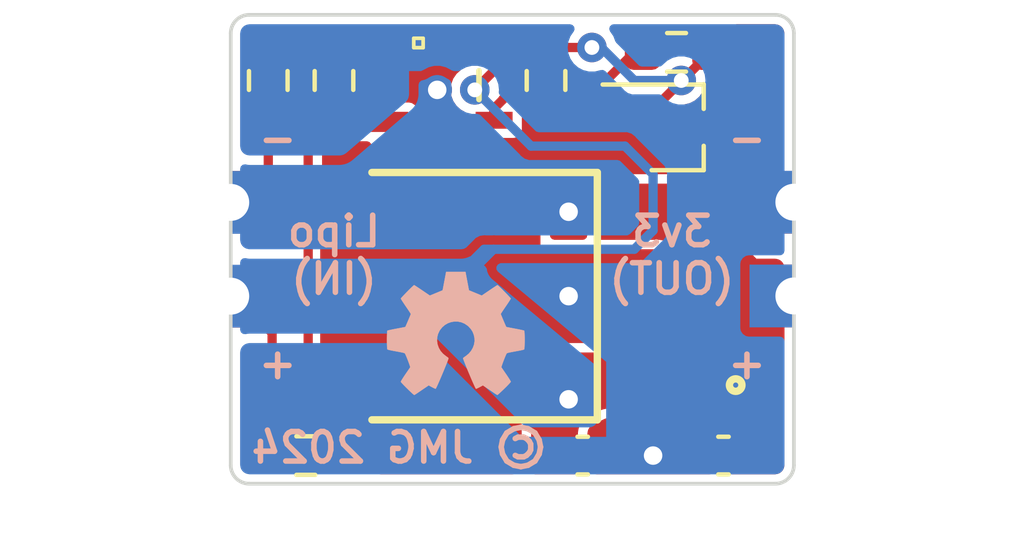
<source format=kicad_pcb>
(kicad_pcb (version 20221018) (generator pcbnew)
  (layers (0 "F.Cu" signal) (31 "B.Cu" signal) (34 "B.Paste" user) (35 "F.Paste" user) (36 "B.SilkS" user "B.Silkscreen") (37 "F.SilkS" user "F.Silkscreen") (38 "B.Mask" user) (39 "F.Mask" user) (44 "Edge.Cuts" user))
  (net 0 "")
  (net 1 "+3V3")
  (net 2 "GND")
  (net 3 "/BATT")
  (net 4 "/GND_O")
  (net 5 "Net-(Q1-G)")
  (net 6 "/LTH")
  (net 7 "/HTH")
  (net 8 "Net-(U1-RST)")
  (footprint "Resistor_SMD:R_0603_1608Metric_Pad0.98x0.95mm_HandSolder" (layer "F.Cu") (at 140.335 91.186)
    (fp_text reference "R4" hide)
    (fp_text value "1k")
    (fp_line (start -0.254724 -0.5225) (end 0.254724 -0.5225) (stroke (width 0.12)) (layer "F.SilkS"))
    (fp_line (start -0.254724 0.5225) (end 0.254724 0.5225) (stroke (width 0.12)) (layer "F.SilkS"))
    (pad "1" smd roundrect (at -0.9125 0) (size 0.975 0.95) (layers "F.Cu" "F.Paste" "F.Mask") (net 8 "Net-(U1-RST)"))
    (pad "2" smd roundrect (at 0.9125 0) (size 0.975 0.95) (layers "F.Cu" "F.Paste" "F.Mask") (net 5 "Net-(Q1-G)"))
  )
  (footprint "Connector_PinHeader_2.54mm:PinHeader_1x02_P2.54mm_Vertical" (layer "F.Cu") (at 143.51 95.245)
    (fp_text reference "J2" hide)
    (fp_text value "Conn_01x02_Pin")
    (pad "1" thru_hole rect (at 0 0) (size 1.2 1.7) (drill 1 (offset -0.6 0)) (layers "*.Cu" "*.Mask") (net 4 "/GND_O"))
    (pad "2" thru_hole rect (at 0 2.54) (size 1.2 1.7) (drill 1 (offset -0.6 0)) (layers "*.Cu" "*.Mask") (net 1 "+3V3"))
  )
  (footprint "Capacitor_SMD:C_0603_1608Metric" (layer "F.Cu") (at 137.795 102.108)
    (fp_text reference "C2" hide)
    (fp_text value "10uF")
    (fp_line (start -0.14058 -0.51) (end 0.14058 -0.51) (stroke (width 0.12)) (layer "F.SilkS"))
    (fp_line (start -0.14058 0.51) (end 0.14058 0.51) (stroke (width 0.12)) (layer "F.SilkS"))
    (pad "1" smd roundrect (at -0.775 0) (size 0.9 0.95) (layers "F.Cu" "F.Paste" "F.Mask") (net 3 "/BATT"))
    (pad "2" smd roundrect (at 0.775 0) (size 0.9 0.95) (layers "F.Cu" "F.Paste" "F.Mask") (net 4 "/GND_O"))
  )
  (footprint "Package_TO_SOT_SMD:SOT-323_SC-70_Handsoldering" (layer "F.Cu") (at 140.335 93.218)
    (fp_text reference "Q1" hide)
    (fp_text value "NMOS")
    (fp_line (start -0.675 1.16) (end 0.735 1.16) (stroke (width 0.12)) (layer "F.SilkS"))
    (fp_line (start 0.735 -1.17) (end 0.735 -0.5) (stroke (width 0.12)) (layer "F.SilkS"))
    (fp_line (start 0.735 -1.16) (end -2 -1.16) (stroke (width 0.12)) (layer "F.SilkS"))
    (fp_line (start 0.735 0.5) (end 0.735 1.16) (stroke (width 0.12)) (layer "F.SilkS"))
    (pad "1" smd rect (at 1.33 0 270) (size 0.45 1.5) (layers "F.Cu" "F.Paste" "F.Mask") (net 4 "/GND_O"))
    (pad "2" smd rect (at -1.33 -0.65 270) (size 0.45 1.5) (layers "F.Cu" "F.Paste" "F.Mask") (net 5 "Net-(Q1-G)"))
    (pad "3" smd rect (at -1.33 0.65 270) (size 0.45 1.5) (layers "F.Cu" "F.Paste" "F.Mask") (net 2 "GND"))
  )
  (footprint "Resistor_SMD:R_0603_1608Metric_Pad0.98x0.95mm_HandSolder" (layer "F.Cu") (at 131.064 91.948 90)
    (fp_text reference "R2" hide)
    (fp_text value "56k")
    (fp_line (start -0.254724 -0.5225) (end 0.254724 -0.5225) (stroke (width 0.12)) (layer "F.SilkS"))
    (fp_line (start -0.254724 0.5225) (end 0.254724 0.5225) (stroke (width 0.12)) (layer "F.SilkS"))
    (pad "1" smd roundrect (at -0.9125 0 90) (size 0.975 0.95) (layers "F.Cu" "F.Paste" "F.Mask") (net 6 "/LTH"))
    (pad "2" smd roundrect (at 0.9125 0 90) (size 0.975 0.95) (layers "F.Cu" "F.Paste" "F.Mask") (net 7 "/HTH"))
  )
  (footprint "Footprints:SOT-23-5_M5_MCH-L" (layer "F.Cu") (at 133.985 92.075)
    (fp_text reference "U1" hide)
    (fp_text value "MIC2779H-1YM5-TR")
    (fp_line (start -0.762 -1.27) (end -0.762 -1.016) (stroke (width 0.1)) (layer "F.SilkS"))
    (fp_line (start -0.762 -1.016) (end -0.508 -1.016) (stroke (width 0.1)) (layer "F.SilkS"))
    (fp_line (start -0.508 -1.27) (end -0.762 -1.27) (stroke (width 0.1)) (layer "F.SilkS"))
    (fp_line (start -0.508 -1.016) (end -0.508 -1.27) (stroke (width 0.1)) (layer "F.SilkS"))
    (fp_line (start 1.0033 0.388261) (end 1.0033 -0.388261) (stroke (width 0.1524)) (layer "F.SilkS"))
    (pad "1" smd rect (at -1.262451 -0.950001) (size 1 0.458) (drill (offset -0.15 0)) (layers "F.Cu" "F.Paste" "F.Mask") (net 7 "/HTH"))
    (pad "2" smd rect (at -1.262451 0) (size 1 0.458) (drill (offset -0.15 0)) (layers "F.Cu" "F.Paste" "F.Mask") (net 2 "GND"))
    (pad "3" smd rect (at -1.262451 0.950001) (size 1 0.458) (drill (offset -0.15 0)) (layers "F.Cu" "F.Paste" "F.Mask") (net 6 "/LTH"))
    (pad "4" smd rect (at 1.262451 0.950001) (size 1 0.458) (drill (offset 0.15 0)) (layers "F.Cu" "F.Paste" "F.Mask") (net 8 "Net-(U1-RST)"))
    (pad "5" smd rect (at 1.262451 -0.950001) (size 1 0.458) (drill (offset 0.15 0)) (layers "F.Cu" "F.Paste" "F.Mask") (net 3 "/BATT"))
  )
  (footprint "Footprints:TO252__DPAK__1" (layer "F.Cu") (at 140.091 97.79 90)
    (fp_text reference "IC1" hide)
    (fp_text value "AP7363-18D-13" hide)
    (fp_line (start -3.35 -8) (end -3.35 -1.9) (stroke (width 0.2)) (layer "F.SilkS"))
    (fp_line (start -3.35 -1.9) (end 3.35 -1.9) (stroke (width 0.2)) (layer "F.SilkS"))
    (fp_line (start 3.35 -1.9) (end 3.35 -8) (stroke (width 0.2)) (layer "F.SilkS"))
    (fp_circle (center -2.409 1.844) (end -2.409 1.914) (stroke (width 0.2)) (fill none) (layer "F.SilkS"))
    (pad "1" smd rect (at -2.286 0 90) (size 1.06 2.6) (layers "F.Cu" "F.Paste" "F.Mask") (net 3 "/BATT"))
    (pad "2" smd rect (at 2.286 0 90) (size 1.06 2.6) (layers "F.Cu" "F.Paste" "F.Mask") (net 1 "+3V3"))
    (pad "3" smd rect (at 0 -6.55 90) (size 5.632 5.7) (layers "F.Cu" "F.Paste" "F.Mask") (net 4 "/GND_O"))
  )
  (footprint "Resistor_SMD:R_0603_1608Metric_Pad0.98x0.95mm_HandSolder" (layer "F.Cu") (at 129.286 91.948 -90)
    (fp_text reference "R3" hide)
    (fp_text value "340k")
    (fp_line (start -0.254724 -0.5225) (end 0.254724 -0.5225) (stroke (width 0.12)) (layer "F.SilkS"))
    (fp_line (start -0.254724 0.5225) (end 0.254724 0.5225) (stroke (width 0.12)) (layer "F.SilkS"))
    (pad "1" smd roundrect (at -0.9125 0 270) (size 0.975 0.95) (layers "F.Cu" "F.Paste" "F.Mask") (net 7 "/HTH"))
    (pad "2" smd roundrect (at 0.9125 0 270) (size 0.975 0.95) (layers "F.Cu" "F.Paste" "F.Mask") (net 2 "GND"))
  )
  (footprint "Resistor_SMD:R_0603_1608Metric_Pad0.98x0.95mm_HandSolder" (layer "F.Cu") (at 130.302 102.108)
    (fp_text reference "R1" hide)
    (fp_text value "604k")
    (fp_line (start -0.254724 -0.5225) (end 0.254724 -0.5225) (stroke (width 0.12)) (layer "F.SilkS"))
    (fp_line (start -0.254724 0.5225) (end 0.254724 0.5225) (stroke (width 0.12)) (layer "F.SilkS"))
    (pad "1" smd roundrect (at -0.9125 0) (size 0.975 0.95) (layers "F.Cu" "F.Paste" "F.Mask") (net 3 "/BATT"))
    (pad "2" smd roundrect (at 0.9125 0) (size 0.975 0.95) (layers "F.Cu" "F.Paste" "F.Mask") (net 6 "/LTH"))
  )
  (footprint "Resistor_SMD:R_0603_1608Metric_Pad0.98x0.95mm_HandSolder" (layer "F.Cu") (at 136.8025 91.948 -90)
    (fp_text reference "R5" hide)
    (fp_text value "10k")
    (fp_line (start -0.254724 -0.5225) (end 0.254724 -0.5225) (stroke (width 0.12)) (layer "F.SilkS"))
    (fp_line (start -0.254724 0.5225) (end 0.254724 0.5225) (stroke (width 0.12)) (layer "F.SilkS"))
    (pad "1" smd roundrect (at -0.9125 0 270) (size 0.975 0.95) (layers "F.Cu" "F.Paste" "F.Mask") (net 5 "Net-(Q1-G)"))
    (pad "2" smd roundrect (at 0.9125 0 270) (size 0.975 0.95) (layers "F.Cu" "F.Paste" "F.Mask") (net 2 "GND"))
  )
  (footprint "Connector_PinHeader_2.54mm:PinHeader_1x02_P2.54mm_Vertical" (layer "F.Cu") (at 128.27 95.25)
    (fp_text reference "J1" hide)
    (fp_text value "Conn_01x02_Pin")
    (pad "1" thru_hole rect (at 0 0) (size 1.2 1.7) (drill 1 (offset 0.6 0)) (layers "*.Cu" "*.Mask") (net 2 "GND"))
    (pad "2" thru_hole rect (at 0 2.54) (size 1.2 1.7) (drill 1 (offset 0.6 0)) (layers "*.Cu" "*.Mask") (net 3 "/BATT"))
  )
  (footprint "Capacitor_SMD:C_0603_1608Metric" (layer "F.Cu") (at 141.605 102.108 180)
    (fp_text reference "C1" hide)
    (fp_text value "10uF")
    (fp_line (start -0.14058 -0.51) (end 0.14058 -0.51) (stroke (width 0.12)) (layer "F.SilkS"))
    (fp_line (start -0.14058 0.51) (end 0.14058 0.51) (stroke (width 0.12)) (layer "F.SilkS"))
    (pad "1" smd roundrect (at -0.775 0 180) (size 0.9 0.95) (layers "F.Cu" "F.Paste" "F.Mask") (net 1 "+3V3"))
    (pad "2" smd roundrect (at 0.775 0 180) (size 0.9 0.95) (layers "F.Cu" "F.Paste" "F.Mask") (net 4 "/GND_O"))
  )
  (footprint "Symbol:OSHW-Symbol_6.7x6mm_SilkScreen" (layer "B.Cu") (at 134.366 98.806 180)
    (fp_text reference "REF**" hide)
    (fp_text value "OSHW-Symbol_6.7x6mm_SilkScreen" hide)
    (fp_poly (pts (xy 0.312645 1.423725) (xy 0.359794 1.173624) (xy 0.533767 1.101907) (xy 0.70774 1.030189) (xy 0.91645 1.172111) (xy 0.9749 1.211627) (xy 1.027736 1.246909) (xy 1.072491 1.276347) (xy 1.106701 1.29833) (xy 1.1279 1.311247) (xy 1.133673 1.314032) (xy 1.144074 1.306869) (xy 1.166298 1.287066) (xy 1.197855 1.257152) (xy 1.236255 1.219658) (xy 1.279004 1.177113) (xy 1.323614 1.132047) (xy 1.367592 1.086989) (xy 1.408447 1.04447) (xy 1.443689 1.007018) (xy 1.470826 0.977164) (xy 1.487367 0.957438) (xy 1.491322 0.950836) (xy 1.485631 0.938666) (xy 1.469676 0.912002) (xy 1.445134 0.873453) (xy 1.413684 0.825628) (xy 1.377003 0.771135) (xy 1.355748 0.740052) (xy 1.317005 0.683298) (xy 1.282578 0.632081) (xy 1.254137 0.588954) (xy 1.233353 0.556465) (xy 1.221894 0.537162) (xy 1.220172 0.533106) (xy 1.224076 0.521579) (xy 1.234716 0.494711) (xy 1.250486 0.456282) (xy 1.269782 0.410068) (xy 1.290998 0.359847) (xy 1.31253 0.309398) (xy 1.33277 0.262497) (xy 1.350115 0.222921) (xy 1.362959 0.19445) (xy 1.369696 0.180859) (xy 1.370094 0.180324) (xy 1.380673 0.177729) (xy 1.408847 0.17194) (xy 1.451695 0.163525) (xy 1.506298 0.153055) (xy 1.569736 0.141097) (xy 1.606748 0.134202) (xy 1.674534 0.121296) (xy 1.73576 0.109014) (xy 1.78733 0.098031) (xy 1.826145 0.089016) (xy 1.849108 0.082642) (xy 1.853724 0.08062) (xy 1.858245 0.066933) (xy 1.861893 0.036022) (xy 1.86467 -0.008498) (xy 1.866579 -0.063014) (xy 1.867622 -0.123911) (xy 1.867802 -0.187573) (xy 1.867121 -0.250388) (xy 1.865581 -0.308738) (xy 1.863186 -0.35901) (xy 1.859937 -0.397589) (xy 1.855837 -0.42086) (xy 1.853378 -0.425705) (xy 1.838679 -0.431511) (xy 1.807533 -0.439814) (xy 1.76406 -0.449635) (xy 1.712379 -0.460001) (xy 1.694338 -0.463353) (xy 1.607357 -0.479286) (xy 1.538648 -0.492117) (xy 1.48594 -0.502357) (xy 1.446966 -0.510515) (xy 1.419452 -0.517101) (xy 1.401129 -0.522627) (xy 1.389728 -0.5276) (xy 1.382976 -0.532532) (xy 1.382032 -0.533506) (xy 1.372603 -0.549208) (xy 1.35822 -0.579765) (xy 1.340318 -0.621436) (xy 1.320333 -0.670479) (xy 1.299702 -0.723154) (xy 1.279862 -0.775716) (xy 1.262247 -0.824426) (xy 1.248295 -0.865541) (xy 1.239442 -0.895318) (xy 1.237124 -0.910018) (xy 1.237317 -0.910533) (xy 1.245172 -0.922548) (xy 1.262993 -0.948984) (xy 1.288907 -0.98709) (xy 1.321041 -1.034112) (xy 1.357521 -1.087302) (xy 1.367911 -1.102417) (xy 1.404955 -1.157217) (xy 1.437552 -1.207216) (xy 1.463927 -1.249544) (xy 1.482303 -1.28133) (xy 1.490906 -1.299701) (xy 1.491322 -1.301958) (xy 1.484095 -1.313822) (xy 1.464124 -1.337323) (xy 1.433976 -1.369937) (xy 1.396221 -1.409138) (xy 1.353423 -1.452399) (xy 1.308152 -1.497196) (xy 1.262973 -1.541002) (xy 1.220455 -1.581291) (xy 1.183164 -1.615539) (xy 1.153669 -1.641217) (xy 1.134537 -1.655802) (xy 1.129243 -1.658184) (xy 1.116924 -1.652575) (xy 1.0917 -1.637448) (xy 1.05768 -1.615351) (xy 1.031505 -1.597565) (xy 0.984079 -1.564929) (xy 0.927914 -1.526503) (xy 0.871578 -1.488138) (xy 0.84129 -1.467604) (xy 0.738771 -1.398262) (xy 0.652713 -1.444792) (xy 0.613508 -1.465176) (xy 0.58017 -1.48102) (xy 0.557612 -1.490057) (xy 0.55187 -1.491314) (xy 0.544965 -1.48203) (xy 0.531344 -1.455795) (xy 0.512022 -1.415029) (xy 0.488018 -1.362153) (xy 0.460346 -1.299585) (xy 0.430025 -1.229745) (xy 0.398072 -1.155055) (xy 0.365502 -1.077933) (xy 0.333333 -1.0008) (xy 0.302582 -0.926076) (xy 0.274266 -0.856179) (xy 0.249401 -0.793532) (xy 0.229004 -0.740553) (xy 0.214092 -0.699662) (xy 0.205682 -0.673278) (xy 0.20433 -0.664218) (xy 0.215049 -0.65266) (xy 0.23852 -0.633899) (xy 0.269834 -0.611832) (xy 0.272462 -0.610086) (xy 0.353398 -0.5453) (xy 0.418659 -0.469716) (xy 0.467679 -0.385753) (xy 0.499893 -0.295825) (xy 0.514735 -0.202351) (xy 0.511641 -0.107748) (xy 0.490044 -0.01443) (xy 0.449378 0.075182) (xy 0.437414 0.094788) (xy 0.375185 0.17396) (xy 0.301669 0.237535) (xy 0.219411 0.285185) (xy 0.130954 0.316578) (xy 0.038844 0.331383) (xy -0.054375 0.32927) (xy -0.146158 0.309909) (xy -0.233963 0.272967) (xy -0.315243 0.218117) (xy -0.340386 0.195855) (xy -0.404374 0.126166) (xy -0.451002 0.052805) (xy -0.482987 -0.029427) (xy -0.5008 -0.110862) (xy -0.505198 -0.202421) (xy -0.490534 -0.294435) (xy -0.458299 -0.383792) (xy -0.409981 -0.467384) (xy -0.34707 -0.5421) (xy -0.271055 -0.604831) (xy -0.261065 -0.611443) (xy -0.229415 -0.633098) (xy -0.205355 -0.65186) (xy -0.193853 -0.66384) (xy -0.193686 -0.664218) (xy -0.196155 -0.677177) (xy -0.205944 -0.706587) (xy -0.222036 -0.750031) (xy -0.243413 -0.805088) (xy -0.269058 -0.869338) (xy -0.297954 -0.940363) (xy -0.329083 -1.015743) (xy -0.361429 -1.093059) (xy -0.393974 -1.169892) (xy -0.4257 -1.24382) (xy -0.455592 -1.312427) (xy -0.48263 -1.373292) (xy -0.505799 -1.423995) (xy -0.52408 -1.462119) (xy -0.536457 -1.485241) (xy -0.541442 -1.491314) (xy -0.556672 -1.486585) (xy -0.58517 -1.473903) (xy -0.622021 -1.455531) (xy -0.642285 -1.444792) (xy -0.728343 -1.398262) (xy -0.830862 -1.467604) (xy -0.883194 -1.503128) (xy -0.940491 -1.542221) (xy -0.994183 -1.579029) (xy -1.021077 -1.597565) (xy -1.058903 -1.622965) (xy -1.090932 -1.643094) (xy -1.112988 -1.655402) (xy -1.120151 -1.658004) (xy -1.130577 -1.650984) (xy -1.153653 -1.631391) (xy -1.187142 -1.601256) (xy -1.228804 -1.562615) (xy -1.276404 -1.517501) (xy -1.306509 -1.488535) (xy -1.359179 -1.436785) (xy -1.404697 -1.390499) (xy -1.441224 -1.351656) (xy -1.466919 -1.322237) (xy -1.479943 -1.304221) (xy -1.481193 -1.300565) (xy -1.475394 -1.286658) (xy -1.459371 -1.258539) (xy -1.434901 -1.219056) (xy -1.403761 -1.171054) (xy -1.36773 -1.117381) (xy -1.357482 -1.102417) (xy -1.320146 -1.048031) (xy -1.286649 -0.999065) (xy -1.258866 -0.958272) (xy -1.238667 -0.928401) (xy -1.227926 -0.912207) (xy -1.226889 -0.910533) (xy -1.22844 -0.897627) (xy -1.236677 -0.869251) (xy -1.250163 -0.829147) (xy -1.267461 -0.781057) (xy -1.287137 -0.728722) (xy -1.307751 -0.675885) (xy -1.327871 -0.626286) (xy -1.346058 -0.583668) (xy -1.360877 -0.551773) (xy -1.370892 -0.534342) (xy -1.371603 -0.533506) (xy -1.377727 -0.528525) (xy -1.38807 -0.523599) (xy -1.404903 -0.518217) (xy -1.430495 -0.511872) (xy -1.467117 -0.504051) (xy -1.51704 -0.494247) (xy -1.582533 -0.481948) (xy -1.665867 -0.466644) (xy -1.683909 -0.463353) (xy -1.737385 -0.453022) (xy -1.784004 -0.442914) (xy -1.819647 -0.434007) (xy -1.840194 -0.427275) (xy -1.84295 -0.425705) (xy -1.84749 -0.41179) (xy -1.85118 -0.380694) (xy -1.854018 -0.33603) (xy -1.856001 -0.281416) (xy -1.857127 -0.220464) (xy -1.857395 -0.156791) (xy -1.856799 -0.094009) (xy -1.855339 -0.035734) (xy -1.853013 0.014418) (xy -1.849816 0.052834) (xy -1.845748 0.0759) (xy -1.843296 0.08062) (xy -1.829642 0.085383) (xy -1.798551 0.093129) (xy -1.753122 0.10319) (xy -1.69645 0.114891) (xy -1.631634 0.127561) (xy -1.596319 0.134202) (xy -1.529317 0.146727) (xy -1.469567 0.158073) (xy -1.41999 0.167672) (xy -1.383505 0.174954) (xy -1.363035 0.179349) (xy -1.359666 0.180324) (xy -1.353971 0.191311) (xy -1.341934 0.217775) (xy -1.325159 0.255935) (xy -1.305249 0.30201) (xy -1.283811 0.352221) (xy -1.262448 0.402786) (xy -1.242765 0.449923) (xy -1.226365 0.489854) (xy -1.214855 0.518796) (xy -1.209837 0.53297) (xy -1.209744 0.533589) (xy -1.215432 0.54477) (xy -1.231377 0.5705) (xy -1.255906 0.608221) (xy -1.28734 0.655377) (xy -1.324005 0.70941) (xy -1.345319 0.740446) (xy -1.384157 0.797354) (xy -1.418652 0.84902) (xy -1.447122 0.892831) (xy -1.467883 0.926173) (xy -1.479252 0.946433) (xy -1.480893 0.950975) (xy -1.473835 0.961546) (xy -1.454322 0.984117) (xy -1.424847 1.01616) (xy -1.387903 1.055145) (xy -1.345981 1.098544) (xy -1.301575 1.143829) (xy -1.257177 1.18847) (xy -1.215281 1.22994) (xy -1.178377 1.265708) (xy -1.14896 1.293246) (xy -1.129521 1.310028) (xy -1.123018 1.314032) (xy -1.11243 1.308401) (xy -1.087104 1.29258) (xy -1.049505 1.268181) (xy -1.002093 1.236814) (xy -0.947331 1.20009) (xy -0.906022 1.172111) (xy -0.697312 1.030189) (xy -0.349365 1.173624) (xy -0.302217 1.423725) (xy -0.255067 1.673826) (xy 0.265496 1.673826) (xy 0.312645 1.423725)) (stroke (width 0.01)) (fill solid) (layer "B.SilkS"))
  )
  (gr_line (start 143.51 90.67) (end 143.51 102.37) (stroke (width 0.1)) (layer "Edge.Cuts"))
  (gr_arc (start 128.77 102.87) (mid 128.416447 102.723553) (end 128.27 102.37) (stroke (width 0.1)) (layer "Edge.Cuts"))
  (gr_line (start 128.77 90.17) (end 143.01 90.17) (stroke (width 0.1)) (layer "Edge.Cuts"))
  (gr_arc (start 143.01 90.17) (mid 143.363553 90.316447) (end 143.51 90.67) (stroke (width 0.1)) (layer "Edge.Cuts"))
  (gr_arc (start 143.51 102.37) (mid 143.363553 102.723553) (end 143.01 102.87) (stroke (width 0.1)) (layer "Edge.Cuts"))
  (gr_arc (start 128.27 90.67) (mid 128.416447 90.316447) (end 128.77 90.17) (stroke (width 0.1)) (layer "Edge.Cuts"))
  (gr_line (start 143.01 102.87) (end 128.77 102.87) (stroke (width 0.1)) (layer "Edge.Cuts"))
  (gr_line (start 128.27 102.37) (end 128.27 90.67) (stroke (width 0.1)) (layer "Edge.Cuts"))
  (gr_text "+" (at 142.24 100.076) (layer "B.SilkS") (effects (font (size 0.8 0.8)) (justify bottom mirror)))
  (gr_text "-" (at 142.24 93.98) (layer "B.SilkS") (effects (font (size 0.8 0.8)) (justify bottom mirror)))
  (gr_text "-" (at 129.54 93.98) (layer "B.SilkS") (effects (font (size 0.8 0.8)) (justify bottom mirror)))
  (gr_text "© JMG 2024" (at 136.906 102.362) (layer "B.SilkS") (effects (font (size 0.8 0.8)) (justify left bottom mirror)))
  (gr_text "Lipo\n(IN)" (at 131.064 97.79) (layer "B.SilkS") (effects (font (size 0.8 0.8)) (justify bottom mirror)))
  (gr_text "3v3\n(OUT)" (at 140.208 97.79) (layer "B.SilkS") (effects (font (size 0.8 0.8)) (justify bottom mirror)))
  (gr_text "+" (at 129.54 100.076) (layer "B.SilkS") (effects (font (size 0.8 0.8)) (justify bottom mirror)))
  (segment (start 142.38 98.565) (end 143.16 97.785) (width 0.7) (layer "F.Cu") (net 1))
  (segment (start 142.372 97.785) (end 142.91 97.785) (width 0.7) (layer "F.Cu") (net 1))
  (segment (start 140.091 95.504) (end 142.372 97.785) (width 0.7) (layer "F.Cu") (net 1))
  (segment (start 142.38 102.108) (end 142.38 98.565) (width 0.7) (layer "F.Cu") (net 1))
  (segment (start 143.16 97.785) (end 142.91 97.785) (width 0.7) (layer "F.Cu") (net 1))
  (segment (start 139.005 93.868) (end 138.542 93.868) (width 0.7) (layer "F.Cu") (net 2))
  (segment (start 136.8025 92.8605) (end 136.8025 93.115) (width 0.7) (layer "F.Cu") (net 2))
  (segment (start 136.8025 93.115) (end 137.31 93.6225) (width 0.7) (layer "F.Cu") (net 2))
  (segment (start 129.286 94.359) (end 128.395 95.25) (width 0.25) (layer "F.Cu") (net 2))
  (segment (start 128.395 95.125) (end 128.395 95.25) (width 0.25) (layer "F.Cu") (net 2))
  (segment (start 137.414 94.996) (end 137.414 95.504) (width 0.7) (layer "F.Cu") (net 2))
  (segment (start 133.731 92.075) (end 133.858 92.202) (width 0.25) (layer "F.Cu") (net 2))
  (segment (start 138.049 94.361) (end 137.414 94.996) (width 0.7) (layer "F.Cu") (net 2))
  (segment (start 132.849549 92.202) (end 132.722549 92.075) (width 0.25) (layer "F.Cu") (net 2))
  (segment (start 137.31 93.6225) (end 138.049 94.361) (width 0.7) (layer "F.Cu") (net 2))
  (segment (start 138.542 93.868) (end 138.049 94.361) (width 0.7) (layer "F.Cu") (net 2))
  (segment (start 128.87 94.65) (end 128.395 95.125) (width 0.25) (layer "F.Cu") (net 2))
  (segment (start 129.286 92.8605) (end 129.286 94.359) (width 0.25) (layer "F.Cu") (net 2))
  (segment (start 133.858 92.202) (end 132.849549 92.202) (width 0.25) (layer "F.Cu") (net 2))
  (via (at 137.414 95.504) (size 1.2) (drill 0.5) (layers "F.Cu" "B.Cu") (net 2))
  (via (at 133.858 92.202) (size 0.8) (drill 0.5) (layers "F.Cu" "B.Cu") (net 2))
  (segment (start 133.858 92.202) (end 133.858 95.606) (width 0.25) (layer "B.Cu") (net 2))
  (segment (start 129.226 95.606) (end 128.87 95.25) (width 0.7) (layer "B.Cu") (net 2))
  (segment (start 133.858 95.606) (end 129.226 95.606) (width 0.7) (layer "B.Cu") (net 2))
  (segment (start 129.226 95.606) (end 128.626 95.606) (width 0.7) (layer "B.Cu") (net 2))
  (segment (start 128.626 95.606) (end 128.62 95.6) (width 0.7) (layer "B.Cu") (net 2))
  (segment (start 128.62 95.6) (end 128.62 95.25) (width 0.7) (layer "B.Cu") (net 2))
  (segment (start 137.414 95.504) (end 137.312 95.606) (width 0.7) (layer "B.Cu") (net 2))
  (segment (start 137.312 95.606) (end 133.858 95.606) (width 0.7) (layer "B.Cu") (net 2))
  (segment (start 129.3895 98.7845) (end 128.395 97.79) (width 0.25) (layer "F.Cu") (net 3))
  (segment (start 137.922 100.076) (end 137.414 100.584) (width 0.7) (layer "F.Cu") (net 3))
  (segment (start 137.02 102.108) (end 137.02 100.978) (width 0.7) (layer "F.Cu") (net 3))
  (segment (start 140.091 100.076) (end 137.922 100.076) (width 0.7) (layer "F.Cu") (net 3))
  (segment (start 134.874 92.202) (end 135.382 91.694) (width 0.25) (layer "F.Cu") (net 3))
  (segment (start 129.3895 102.108) (end 129.3895 98.7845) (width 0.25) (layer "F.Cu") (net 3))
  (segment (start 137.02 100.978) (end 137.414 100.584) (width 0.7) (layer "F.Cu") (net 3))
  (segment (start 135.382 91.694) (end 135.382 91.259548) (width 0.25) (layer "F.Cu") (net 3))
  (segment (start 128.395 97.79) (end 129.032 97.79) (width 0.25) (layer "F.Cu") (net 3))
  (via (at 137.414 100.584) (size 1.2) (drill 0.5) (layers "F.Cu" "B.Cu") (net 3))
  (via (at 134.874 92.202) (size 0.8) (drill 0.4) (layers "F.Cu" "B.Cu") (net 3))
  (segment (start 138.938 93.726) (end 139.7 94.488) (width 0.25) (layer "B.Cu") (net 3))
  (segment (start 133.096 97.79) (end 128.87 97.79) (width 0.7) (layer "B.Cu") (net 3))
  (segment (start 139.192 96.52) (end 135.382 96.52) (width 0.25) (layer "B.Cu") (net 3))
  (segment (start 128.87 97.79) (end 128.62 97.79) (width 0.7) (layer "B.Cu") (net 3))
  (segment (start 134.62 97.79) (end 134.112 97.79) (width 0.7) (layer "B.Cu") (net 3))
  (segment (start 134.874 92.202) (end 136.398 93.726) (width 0.25) (layer "B.Cu") (net 3))
  (segment (start 136.398 93.726) (end 138.938 93.726) (width 0.25) (layer "B.Cu") (net 3))
  (segment (start 137.414 100.584) (end 134.62 97.79) (width 0.7) (layer "B.Cu") (net 3))
  (segment (start 133.858 97.79) (end 133.35 97.79) (width 0.25) (layer "B.Cu") (net 3))
  (segment (start 135.382 96.52) (end 134.112 97.79) (width 0.25) (layer "B.Cu") (net 3))
  (segment (start 135.382 96.52) (end 135.128 96.52) (width 0.25) (layer "B.Cu") (net 3))
  (segment (start 139.7 96.012) (end 139.192 96.52) (width 0.25) (layer "B.Cu") (net 3))
  (segment (start 139.7 94.488) (end 139.7 96.012) (width 0.25) (layer "B.Cu") (net 3))
  (segment (start 134.112 97.79) (end 133.35 97.79) (width 0.7) (layer "B.Cu") (net 3))
  (segment (start 135.128 96.52) (end 133.858 97.79) (width 0.25) (layer "B.Cu") (net 3))
  (segment (start 133.35 97.79) (end 133.096 97.79) (width 0.7) (layer "B.Cu") (net 3))
  (segment (start 140.83 102.108) (end 140.703 102.108) (width 0.7) (layer "F.Cu") (net 4))
  (segment (start 142.91 94.995) (end 142.91 95.245) (width 0.7) (layer "F.Cu") (net 4))
  (segment (start 140.703 102.108) (end 140.83 102.235) (width 0.7) (layer "F.Cu") (net 4))
  (segment (start 133.541 97.79) (end 137.414 97.79) (width 0.7) (layer "F.Cu") (net 4))
  (segment (start 139.7 102.108) (end 138.57 102.108) (width 0.7) (layer "F.Cu") (net 4))
  (segment (start 141.665 93.75) (end 142.91 94.995) (width 0.7) (layer "F.Cu") (net 4))
  (segment (start 141.665 93.218) (end 141.665 93.75) (width 0.7) (layer "F.Cu") (net 4))
  (segment (start 140.703 102.108) (end 139.7 102.108) (width 0.7) (layer "F.Cu") (net 4))
  (segment (start 142.91 94.995) (end 143.16 95.245) (width 0.7) (layer "F.Cu") (net 4))
  (segment (start 141.022 102.235) (end 140.83 102.235) (width 0.25) (layer "F.Cu") (net 4))
  (via (at 137.414 97.79) (size 1.2) (drill 0.5) (layers "F.Cu" "B.Cu") (net 4))
  (via (at 139.7 102.108) (size 0.8) (drill 0.5) (layers "F.Cu" "B.Cu") (net 4))
  (segment (start 139.7 102.108) (end 139.7 98.445) (width 0.7) (layer "B.Cu") (net 4))
  (segment (start 137.414 97.79) (end 139.045 97.79) (width 0.7) (layer "B.Cu") (net 4))
  (segment (start 139.045 97.79) (end 139.7 98.445) (width 0.7) (layer "B.Cu") (net 4))
  (segment (start 142.91 95.245) (end 143.16 95.245) (width 0.7) (layer "B.Cu") (net 4))
  (segment (start 142.9 95.245) (end 142.91 95.245) (width 0.7) (layer "B.Cu") (net 4))
  (segment (start 139.7 98.445) (end 142.9 95.245) (width 0.7) (layer "B.Cu") (net 4))
  (segment (start 139.274 92.695) (end 139.132 92.695) (width 0.25) (layer "F.Cu") (net 5))
  (segment (start 139.866 92.568) (end 139.866 92.5675) (width 0.25) (layer "F.Cu") (net 5))
  (segment (start 136.8213 91.0543) (end 136.8025 91.0355) (width 0.25) (layer "F.Cu") (net 5))
  (segment (start 139.866 92.5675) (end 141.2475 91.186) (width 0.25) (layer "F.Cu") (net 5))
  (segment (start 138.044 91.0543) (end 136.8213 91.0543) (width 0.25) (layer "F.Cu") (net 5))
  (segment (start 139.005 92.568) (end 139.866 92.568) (width 0.25) (layer "F.Cu") (net 5))
  (segment (start 141.2475 91.1865) (end 141.248 91.186) (width 0.25) (layer "F.Cu") (net 5))
  (segment (start 139.132 92.695) (end 139.005 92.568) (width 0.25) (layer "F.Cu") (net 5))
  (segment (start 141.2475 91.1865) (end 141.2475 91.186) (width 0.25) (layer "F.Cu") (net 5))
  (segment (start 139.132 92.695) (end 139.005 92.695) (width 0.25) (layer "F.Cu") (net 5))
  (via (at 138.044 91.0543) (size 0.8) (drill 0.4) (layers "F.Cu" "B.Cu") (net 5))
  (via (at 140.462 91.948) (size 0.8) (drill 0.4) (layers "F.Cu" "B.Cu") (net 5))
  (segment (start 138.044 91.0543) (end 138.2983 91.0543) (width 0.25) (layer "B.Cu") (net 5))
  (segment (start 138.2983 91.0543) (end 139.192 91.948) (width 0.25) (layer "B.Cu") (net 5))
  (segment (start 139.192 91.948) (end 140.462 91.948) (width 0.25) (layer "B.Cu") (net 5))
  (segment (start 130.366 93.5585) (end 130.366 101.2595) (width 0.25) (layer "F.Cu") (net 6))
  (segment (start 131.064 92.8605) (end 130.366 93.5585) (width 0.25) (layer "F.Cu") (net 6))
  (segment (start 131.4215 93.218) (end 132.52955 93.218) (width 0.25) (layer "F.Cu") (net 6))
  (segment (start 130.81 92.8804) (end 130.81 92.9875) (width 0.25) (layer "F.Cu") (net 6))
  (segment (start 130.366 101.2595) (end 131.2145 102.108) (width 0.25) (layer "F.Cu") (net 6))
  (segment (start 132.52955 93.218) (end 132.722549 93.025001) (width 0.25) (layer "F.Cu") (net 6))
  (segment (start 131.064 92.8605) (end 131.4215 93.218) (width 0.25) (layer "F.Cu") (net 6))
  (segment (start 132.723 91.125) (end 132.7226 91.125) (width 0.25) (layer "F.Cu") (net 7))
  (segment (start 131.064 91.0355) (end 132.63305 91.0355) (width 0.25) (layer "F.Cu") (net 7))
  (segment (start 129.286 91.0355) (end 131.064 91.0355) (width 0.25) (layer "F.Cu") (net 7))
  (segment (start 132.7226 91.125) (end 132.565 91.125) (width 0.25) (layer "F.Cu") (net 7))
  (segment (start 132.63305 91.0355) (end 132.722549 91.124999) (width 0.25) (layer "F.Cu") (net 7))
  (segment (start 135.636 92.465305) (end 135.386652 92.714653) (width 0.25) (layer "F.Cu") (net 8))
  (segment (start 136.144 91.948) (end 135.636 92.456) (width 0.25) (layer "F.Cu") (net 8))
  (segment (start 139.192 91.186) (end 138.43 91.948) (width 0.25) (layer "F.Cu") (net 8))
  (segment (start 138.43 91.948) (end 136.144 91.948) (width 0.25) (layer "F.Cu") (net 8))
  (segment (start 135.386652 92.8858) (end 135.247451 93.025001) (width 0.25) (layer "F.Cu") (net 8))
  (segment (start 139.4225 91.186) (end 139.192 91.186) (width 0.25) (layer "F.Cu") (net 8))
  (segment (start 135.2475 93.0245) (end 135.247 93.025) (width 0.25) (layer "F.Cu") (net 8))
  (segment (start 135.2475 93.0245) (end 135.2475 93.025) (width 0.25) (layer "F.Cu") (net 8))
  (segment (start 135.386652 92.714653) (end 135.386652 92.8858) (width 0.25) (layer "F.Cu") (net 8))
  (segment (start 135.636 92.456) (end 135.636 92.465305) (width 0.25) (layer "F.Cu") (net 8))
  (zone (net 4) (net_name "/GND_O") (layer "F.Cu") (priority 4) (connect_pads yes (clearance 0.25)) (min_thickness 0.25) (fill yes (thermal_gap 0.5) (thermal_bridge_width 0.5) (smoothing fillet) (radius 0.25))
    (polygon (pts (xy 143.256 90.424) (xy 132.08 90.424) (xy 132.08 90.932) (xy 133.35 90.932) (xy 133.35 91.186) (xy 135.128 91.186) (xy 135.128 92.456) (xy 140.462 92.456) (xy 140.462 94.742) (xy 141.478 94.742) (xy 141.478 96.52) (xy 143.256 96.52) (xy 143.256 93.472)))
  )
  (zone (net 3) (net_name "/BATT") (layer "F.Cu") (priority 1) (connect_pads yes (clearance 0.25)) (min_thickness 0.25) (fill yes (thermal_gap 0.5) (thermal_bridge_width 0.5) (smoothing fillet) (radius 0.25))
    (polygon (pts (xy 137.922 102.616) (xy 137.922 101.346) (xy 138.43 101.092) (xy 141.478 101.092) (xy 141.478 99.06) (xy 137.414 99.06) (xy 136.652 99.568) (xy 136.652 100.584) (xy 136.144 101.092) (xy 136.144 102.616)))
  )
  (zone (net 4) (net_name "/GND_O") (layer "F.Cu") (priority 7) (connect_pads yes (clearance 0.25)) (min_thickness 0.25) (fill yes (thermal_gap 0.5) (thermal_bridge_width 0.5) (smoothing fillet) (radius 0.25))
    (polygon (pts (xy 130.556 94.742) (xy 130.556 93.726) (xy 131.318 92.964) (xy 132.08 92.964) (xy 132.08 94.742)))
  )
  (zone (net 2) (net_name "GND") (layer "F.Cu") (priority 3) (connect_pads yes (clearance 0.25)) (min_thickness 0.25) (fill yes (thermal_gap 0.5) (thermal_bridge_width 0.5) (smoothing fillet) (radius 0.25))
    (polygon (pts (xy 138.43 96.266) (xy 136.652 96.266) (xy 136.652 94.742) (xy 132.08 94.742) (xy 132.08 91.44) (xy 134.874 91.44) (xy 134.874 92.71) (xy 140.208 92.71) (xy 140.208 94.742) (xy 138.43 94.742)))
  )
  (zone (net 4) (net_name "/GND_O") (layer "F.Cu") (priority 6) (connect_pads yes (clearance 0.25)) (min_thickness 0.25) (fill yes (thermal_gap 0.5) (thermal_bridge_width 0.5) (smoothing fillet) (radius 0.25))
    (polygon (pts (xy 132.08 102.616) (xy 132.08 101.346) (xy 130.556 101.346) (xy 130.556 94.742) (xy 136.652 94.742) (xy 136.652 96.52) (xy 139.954 96.52) (xy 141.224 97.79) (xy 141.224 99.06) (xy 137.414 99.06) (xy 136.652 99.568) (xy 136.652 100.584) (xy 136.144 101.092) (xy 136.144 102.616)))
  )
  (zone (net 1) (net_name "+3V3") (layer "F.Cu") (priority 5) (connect_pads yes (clearance 0.25)) (min_thickness 0.25) (fill yes (thermal_gap 0.5) (thermal_bridge_width 0.5) (smoothing fillet) (radius 0.25))
    (polygon (pts (xy 143.256 102.616) (xy 141.224 102.616) (xy 141.224 97.79) (xy 139.954 96.52) (xy 138.176 96.52) (xy 138.176 94.742) (xy 141.732 94.742) (xy 141.732 96.012) (xy 142.494 96.774) (xy 143.256 96.774)))
  )
  (zone (net 4) (net_name "/GND_O") (layer "F.Cu") (priority 8) (connect_pads yes (clearance 0.25)) (min_thickness 0.25) (fill yes (thermal_gap 0.5) (thermal_bridge_width 0.5) (smoothing fillet) (radius 0.25))
    (polygon (pts (xy 141.478 102.616) (xy 141.478 101.092) (xy 138.43 101.092) (xy 137.922 101.346) (xy 137.922 102.616)))
  )
  (zone (net 2) (net_name "GND") (layer "B.Cu") (priority 2) (connect_pads yes (clearance 0.25)) (min_thickness 0.25) (fill yes (thermal_gap 0.5) (thermal_bridge_width 0.5) (smoothing fillet) (radius 0.25))
    (polygon (pts (xy 128.524 96.52) (xy 134.62 96.52) (xy 134.874 96.266) (xy 139.192 96.266) (xy 139.7 95.758) (xy 139.7 94.742) (xy 138.938 93.98) (xy 137.16 93.98) (xy 136.398 93.98) (xy 134.62 92.456) (xy 134.62 91.694) (xy 133.096 91.694) (xy 133.096 92.456) (xy 131.318 93.98) (xy 130.302 93.98) (xy 128.524 93.98)))
  )
  (zone (net 4) (net_name "/GND_O") (layer "B.Cu") (priority 9) (connect_pads yes (clearance 0.25)) (min_thickness 0.25) (fill yes (thermal_gap 0.5) (thermal_bridge_width 0.5) (smoothing fillet) (radius 0.25))
    (polygon (pts (xy 128.524 102.616) (xy 143.256 102.616) (xy 143.256 90.424) (xy 128.524 90.424) (xy 128.524 93.98) (xy 131.318 93.98) (xy 133.096 92.456) (xy 133.096 91.694) (xy 134.62 91.694) (xy 134.62 92.456) (xy 136.398 93.98) (xy 138.938 93.98) (xy 139.7 94.742) (xy 139.7 96.012) (xy 139.192 96.52) (xy 135.382 96.774) (xy 135.382 97.028) (xy 138.43 99.568) (xy 138.43 101.6) (xy 136.144 101.6) (xy 133.604 99.06) (xy 128.524 99.06)))
  )
  (zone (net 3) (net_name "/BATT") (layer "B.Cu") (connect_pads yes (clearance 0.25)) (min_thickness 0.25) (fill yes (thermal_gap 0.5) (thermal_bridge_width 0.5) (smoothing fillet) (radius 0.25))
    (polygon (pts (xy 128.524 96.52) (xy 134.62 96.52) (xy 138.43 99.822) (xy 138.176 101.346) (xy 136.144 101.346) (xy 133.604 99.06) (xy 128.524 99.06)))
  )
)
</source>
